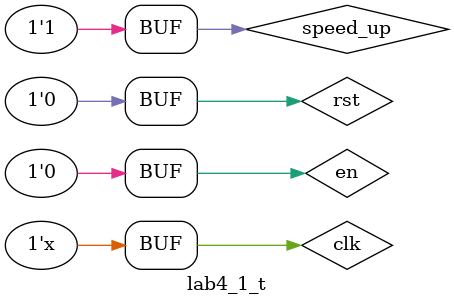
<source format=v>
`timescale 1ns / 1ps
module lab4_1_t;
    reg clk, rst, en, dir, speed_up, speed_down;
    reg [3:0] DIGIT;
    reg [6:0] DISPLAY;
    wire max, min;
    
    lab4_1 test(clk, rst, en, dir, speed_up, speed_down, DIGIT, DISPLAY, max, min);
    
    initial begin
        clk = 1'b1;
        en = 1'b1;
        rst = 1'b1;
        #5 rst = 1'b0;
        #5 en = 1'b1;
        #300 en = 1'b0; 
        #300 en = 1'b1;
        speed_up = 1'b1;
        #1000 en = 1'b0;      
    end
    
    always #5 clk = ~clk;
    
endmodule
</source>
